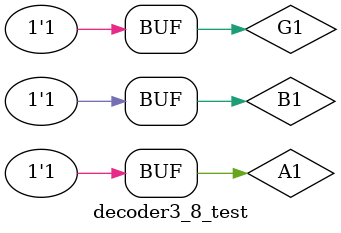
<source format=v>
`timescale 1ns / 1ps


module decoder3_8_test;

	// Inputs
	reg G1;
	reg A1;
	reg B1;

	// Outputs
	wire [3:0] Y1;
	wire [3:0] Y2;

	// Instantiate the Unit Under Test (UUT)
	decoder3_8 uut (
		.G1(G1), 
		.A1(A1), 
		.B1(B1), 
		.Y1(Y1), 
		.Y2(Y2)
	);

	initial begin
		// Initialize Inputs
		G1 = 0;
		A1 = 0;
		B1 = 0;

		// Wait 100 ns for global reset to finish
		#100;
        
		// Add stimulus here
		G1 = 0; A1 = 1; B1 = 0; #100;
		G1 = 0; A1 = 0; B1 = 1; #100;
		G1 = 0; A1 = 1; B1 = 1; #100;
		G1 = 1; A1 = 0; B1 = 0; #100;
		G1 = 1; A1 = 1; B1 = 0; #100;
		G1 = 1; A1 = 0; B1 = 1; #100;
		G1 = 1; A1 = 1; B1 = 1; #100;
		

	end
      
endmodule


</source>
